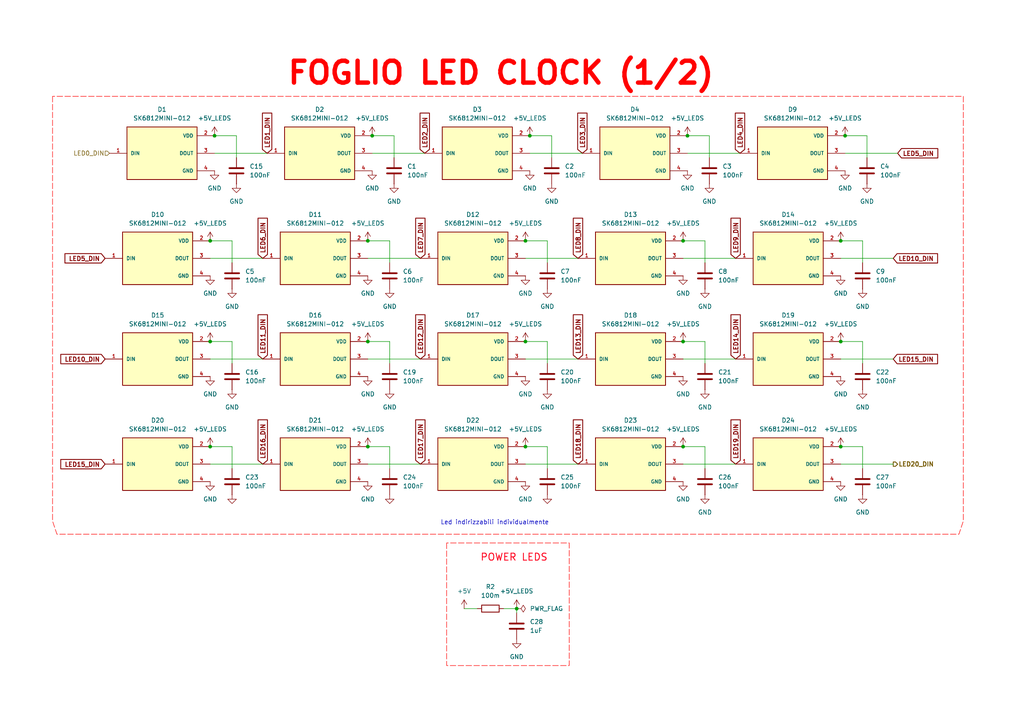
<source format=kicad_sch>
(kicad_sch (version 20250114) (generator "eeschema") (generator_version "9.0")
  (paper "A4")
  (title_block (title "CLOCK PAGE") (date "2025-11-02") (rev "1.0") (company "Gabriele Odino"))
  (lib_symbols
    (symbol "Device:C" (pin_numbers (hide yes)) (pin_names (offset 0.254))
      (property "Reference" "C" (at 0.635 2.54 0))
      (property "Value" "C" (at 0.635 -2.54 0))
      (symbol "C_1_1"
        (pin passive line (at 0 3.81 270) (length 2.794) (name "~") (number "1"))
        (pin passive line (at 0 -3.81 90) (length 2.794) (name "~") (number "2"))
      )
    )
    (symbol "Device:R" (pin_numbers (hide yes)) (pin_names (offset 0))
      (property "Reference" "R" (at 2.032 0 90))
      (property "Value" "R" (at 0 0 90))
      (symbol "R_1_1"
        (pin passive line (at 0 3.81 270) (length 1.27) (name "~") (number "1"))
        (pin passive line (at 0 -3.81 90) (length 1.27) (name "~") (number "2"))
      )
    )
    (symbol "SK6812MINI-012:SK6812MINI-012" (pin_names (offset 1.016))
      (property "Reference" "D" (at -10.16 8.89 0))
      (property "Value" "SK6812MINI-012" (at -10.16 -10.16 0))
      (symbol "SK6812MINI-012_0_0"
        (pin input line (at -15.24 0 0) (length 5.08) (name "DIN") (number "1"))
        (pin power_in line (at 15.24 5.08 180) (length 5.08) (name "VDD") (number "2"))
        (pin output line (at 15.24 0 180) (length 5.08) (name "DOUT") (number "3"))
        (pin power_in line (at 15.24 -5.08 180) (length 5.08) (name "GND") (number "4"))
      )
    )
    (symbol "power:+5V" (power) (pin_numbers (hide yes)) (pin_names (offset 0) (hide yes))
      (property "Value" "+5V" (at 0 3.556 0))
      (symbol "+5V_1_1"
        (pin power_in line (at 0 0 90) (length 0) (name "~") (number "1"))
      )
    )
    (symbol "power:GND" (power) (pin_numbers (hide yes)) (pin_names (offset 0) (hide yes))
      (property "Value" "GND" (at 0 -3.81 0))
      (symbol "GND_1_1"
        (pin power_in line (at 0 0 270) (length 0) (name "~") (number "1"))
      )
    )
    (symbol "power:PWR_FLAG" (power) (pin_numbers (hide yes)) (pin_names (offset 0) (hide yes))
      (property "Value" "PWR_FLAG" (at 0 3.81 0))
      (symbol "PWR_FLAG_0_0"
        (pin power_out line (at 0 0 90) (length 0) (name "~") (number "1"))
      )
    )
  )
  (text "Led indirizzabili individualmente" (at 143.51 151.638 0) (effects (font (size 1.27 1.27))))
  (text "POWER LEDS" (at 149.098 161.798 0) (effects (font (size 2.032 2.032) (thickness 0.254) (bold yes))))
  (text "FOGLIO LED CLOCK (1/2)\n" (at 145.288 21.336 0) (effects (font (size 6.35 6.35) (thickness 1.27) (bold yes))))
  (junction (at 199.39 39.37))
  (junction (at 153.67 39.37))
  (junction (at 60.96 129.54))
  (junction (at 198.12 129.54))
  (junction (at 106.68 129.54))
  (junction (at 152.4 129.54))
  (junction (at 152.4 69.85))
  (junction (at 149.86 176.53))
  (junction (at 198.12 99.06))
  (junction (at 243.84 129.54))
  (junction (at 152.4 99.06))
  (junction (at 107.95 39.37))
  (junction (at 243.84 99.06))
  (junction (at 60.96 99.06))
  (junction (at 245.11 39.37))
  (junction (at 60.96 69.85))
  (junction (at 106.68 99.06))
  (junction (at 106.68 69.85))
  (junction (at 243.84 69.85))
  (junction (at 198.12 69.85))
  (junction (at 62.23 39.37))
  (wire (pts (xy 113.03 129.54) (xy 106.68 129.54)))
  (wire (pts (xy 106.68 74.93) (xy 121.92 74.93)))
  (wire (pts (xy 250.19 99.06) (xy 243.84 99.06)))
  (wire (pts (xy 113.03 99.06) (xy 106.68 99.06)))
  (wire (pts (xy 245.11 44.45) (xy 260.35 44.45)))
  (wire (pts (xy 62.23 44.45) (xy 77.47 44.45)))
  (wire (pts (xy 204.47 105.41) (xy 204.47 99.06)))
  (wire (pts (xy 250.19 69.85) (xy 243.84 69.85)))
  (wire (pts (xy 149.86 176.53) (xy 149.86 177.8)))
  (wire (pts (xy 205.74 45.72) (xy 205.74 39.37)))
  (wire (pts (xy 243.84 134.62) (xy 259.08 134.62)))
  (wire (pts (xy 146.05 176.53) (xy 149.86 176.53)))
  (wire (pts (xy 204.47 99.06) (xy 198.12 99.06)))
  (wire (pts (xy 250.19 135.89) (xy 250.19 129.54)))
  (wire (pts (xy 60.96 104.14) (xy 76.2 104.14)))
  (wire (pts (xy 107.95 44.45) (xy 123.19 44.45)))
  (wire (pts (xy 106.68 104.14) (xy 121.92 104.14)))
  (wire (pts (xy 67.31 129.54) (xy 60.96 129.54)))
  (wire (pts (xy 114.3 45.72) (xy 114.3 39.37)))
  (wire (pts (xy 68.58 39.37) (xy 62.23 39.37)))
  (wire (pts (xy 152.4 134.62) (xy 167.64 134.62)))
  (wire (pts (xy 158.75 76.2) (xy 158.75 69.85)))
  (wire (pts (xy 198.12 104.14) (xy 213.36 104.14)))
  (wire (pts (xy 204.47 69.85) (xy 198.12 69.85)))
  (wire (pts (xy 113.03 135.89) (xy 113.03 129.54)))
  (wire (pts (xy 158.75 69.85) (xy 152.4 69.85)))
  (wire (pts (xy 152.4 74.93) (xy 167.64 74.93)))
  (wire (pts (xy 243.84 74.93) (xy 259.08 74.93)))
  (wire (pts (xy 204.47 135.89) (xy 204.47 129.54)))
  (wire (pts (xy 204.47 129.54) (xy 198.12 129.54)))
  (wire (pts (xy 160.02 45.72) (xy 160.02 39.37)))
  (wire (pts (xy 198.12 74.93) (xy 213.36 74.93)))
  (wire (pts (xy 134.62 176.53) (xy 138.43 176.53)))
  (wire (pts (xy 67.31 99.06) (xy 60.96 99.06)))
  (wire (pts (xy 67.31 135.89) (xy 67.31 129.54)))
  (wire (pts (xy 204.47 76.2) (xy 204.47 69.85)))
  (wire (pts (xy 198.12 134.62) (xy 213.36 134.62)))
  (wire (pts (xy 113.03 105.41) (xy 113.03 99.06)))
  (wire (pts (xy 250.19 76.2) (xy 250.19 69.85)))
  (wire (pts (xy 205.74 39.37) (xy 199.39 39.37)))
  (wire (pts (xy 113.03 76.2) (xy 113.03 69.85)))
  (wire (pts (xy 251.46 45.72) (xy 251.46 39.37)))
  (wire (pts (xy 60.96 74.93) (xy 76.2 74.93)))
  (wire (pts (xy 113.03 69.85) (xy 106.68 69.85)))
  (wire (pts (xy 199.39 44.45) (xy 214.63 44.45)))
  (wire (pts (xy 158.75 99.06) (xy 152.4 99.06)))
  (wire (pts (xy 250.19 105.41) (xy 250.19 99.06)))
  (wire (pts (xy 67.31 105.41) (xy 67.31 99.06)))
  (wire (pts (xy 158.75 135.89) (xy 158.75 129.54)))
  (wire (pts (xy 67.31 69.85) (xy 60.96 69.85)))
  (wire (pts (xy 160.02 39.37) (xy 153.67 39.37)))
  (wire (pts (xy 251.46 39.37) (xy 245.11 39.37)))
  (wire (pts (xy 60.96 134.62) (xy 76.2 134.62)))
  (wire (pts (xy 243.84 104.14) (xy 259.08 104.14)))
  (wire (pts (xy 106.68 134.62) (xy 121.92 134.62)))
  (wire (pts (xy 153.67 44.45) (xy 168.91 44.45)))
  (wire (pts (xy 114.3 39.37) (xy 107.95 39.37)))
  (wire (pts (xy 158.75 129.54) (xy 152.4 129.54)))
  (wire (pts (xy 250.19 129.54) (xy 243.84 129.54)))
  (wire (pts (xy 158.75 105.41) (xy 158.75 99.06)))
  (wire (pts (xy 152.4 104.14) (xy 167.64 104.14)))
  (wire (pts (xy 67.31 76.2) (xy 67.31 69.85)))
  (wire (pts (xy 68.58 45.72) (xy 68.58 39.37)))
  (global_label "LED15_DIN" (shape input) (at 30.48 134.62 180) (effects (font (thickness 0.254) (bold yes))) (property "Intersheetrefs" "${INTERSHEET_REFS}" (effects (hide yes))))
  (global_label "LED17_DIN" (shape input) (at 121.92 134.62 90) (effects (font (thickness 0.254) (bold yes))) (property "Intersheetrefs" "${INTERSHEET_REFS}" (effects (hide yes))))
  (global_label "LED1_DIN" (shape input) (at 77.47 44.45 90) (effects (font (thickness 0.254) (bold yes))) (property "Intersheetrefs" "${INTERSHEET_REFS}" (effects (hide yes))))
  (global_label "LED19_DIN" (shape input) (at 213.36 134.62 90) (effects (font (thickness 0.254) (bold yes))) (property "Intersheetrefs" "${INTERSHEET_REFS}" (effects (hide yes))))
  (global_label "LED15_DIN" (shape input) (at 259.08 104.14 0) (effects (font (thickness 0.254) (bold yes))) (property "Intersheetrefs" "${INTERSHEET_REFS}" (effects (hide yes))))
  (global_label "LED7_DIN" (shape input) (at 121.92 74.93 90) (effects (font (thickness 0.254) (bold yes))) (property "Intersheetrefs" "${INTERSHEET_REFS}" (effects (hide yes))))
  (global_label "LED10_DIN" (shape input) (at 259.08 74.93 0) (effects (font (thickness 0.254) (bold yes))) (property "Intersheetrefs" "${INTERSHEET_REFS}" (effects (hide yes))))
  (global_label "LED12_DIN" (shape input) (at 121.92 104.14 90) (effects (font (thickness 0.254) (bold yes))) (property "Intersheetrefs" "${INTERSHEET_REFS}" (effects (hide yes))))
  (global_label "LED9_DIN" (shape input) (at 213.36 74.93 90) (effects (font (thickness 0.254) (bold yes))) (property "Intersheetrefs" "${INTERSHEET_REFS}" (effects (hide yes))))
  (global_label "LED2_DIN" (shape input) (at 123.19 44.45 90) (effects (font (thickness 0.254) (bold yes))) (property "Intersheetrefs" "${INTERSHEET_REFS}" (effects (hide yes))))
  (global_label "LED5_DIN" (shape input) (at 30.48 74.93 180) (effects (font (thickness 0.254) (bold yes))) (property "Intersheetrefs" "${INTERSHEET_REFS}" (effects (hide yes))))
  (global_label "LED14_DIN" (shape input) (at 213.36 104.14 90) (effects (font (thickness 0.254) (bold yes))) (property "Intersheetrefs" "${INTERSHEET_REFS}" (effects (hide yes))))
  (global_label "LED3_DIN" (shape input) (at 168.91 44.45 90) (effects (font (thickness 0.254) (bold yes))) (property "Intersheetrefs" "${INTERSHEET_REFS}" (effects (hide yes))))
  (global_label "LED4_DIN" (shape input) (at 214.63 44.45 90) (effects (font (thickness 0.254) (bold yes))) (property "Intersheetrefs" "${INTERSHEET_REFS}" (effects (hide yes))))
  (global_label "LED8_DIN" (shape input) (at 167.64 74.93 90) (effects (font (thickness 0.254) (bold yes))) (property "Intersheetrefs" "${INTERSHEET_REFS}" (effects (hide yes))))
  (global_label "LED18_DIN" (shape input) (at 167.64 134.62 90) (effects (font (thickness 0.254) (bold yes))) (property "Intersheetrefs" "${INTERSHEET_REFS}" (effects (hide yes))))
  (global_label "LED5_DIN" (shape input) (at 260.35 44.45 0) (effects (font (thickness 0.254) (bold yes))) (property "Intersheetrefs" "${INTERSHEET_REFS}" (effects (hide yes))))
  (global_label "LED11_DIN" (shape input) (at 76.2 104.14 90) (effects (font (thickness 0.254) (bold yes))) (property "Intersheetrefs" "${INTERSHEET_REFS}" (effects (hide yes))))
  (global_label "LED10_DIN" (shape input) (at 30.48 104.14 180) (effects (font (thickness 0.254) (bold yes))) (property "Intersheetrefs" "${INTERSHEET_REFS}" (effects (hide yes))))
  (global_label "LED6_DIN" (shape input) (at 76.2 74.93 90) (effects (font (thickness 0.254) (bold yes))) (property "Intersheetrefs" "${INTERSHEET_REFS}" (effects (hide yes))))
  (global_label "LED16_DIN" (shape input) (at 76.2 134.62 90) (effects (font (thickness 0.254) (bold yes))) (property "Intersheetrefs" "${INTERSHEET_REFS}" (effects (hide yes))))
  (global_label "LED13_DIN" (shape input) (at 167.64 104.14 90) (effects (font (thickness 0.254) (bold yes))) (property "Intersheetrefs" "${INTERSHEET_REFS}" (effects (hide yes))))
  (hierarchical_label "LED0_DIN" (shape input) (at 31.75 44.45 180))
  (hierarchical_label "LED20_DIN" (shape output) (at 259.08 134.62 0) (effects (font (thickness 0.254) (bold yes))))
  (rule_area (polyline (pts (xy 129.54 157.48) (xy 129.54 193.04) (xy 165.1 193.04) (xy 165.1 157.48)) (stroke (width 0) (type dash))))
  (rule_area (polyline (pts (xy 15.24 27.94) (xy 15.24 151.13) (xy 16.51 154.94) (xy 278.13 154.94) (xy 279.4 151.13) (xy 279.4 27.94)) (stroke (width 0) (type dash))))
  (symbol (lib_id "power:GND") (at 149.86 185.42 0) (unit 1)
    (property "Reference" "#PWR084" (effects (hide yes)))
    (property "Value" "GND" (at 149.86 190.5 0))
    (property "Description" "Power symbol creates a global label with name \"GND\" , ground" (effects (hide yes)))
  )
  (symbol (lib_id "Device:C") (at 158.75 80.01 0) (unit 1)
    (property "Reference" "C7" (at 162.56 78.7399 0) (effects (justify left)))
    (property "Value" "100nF" (at 162.56 81.2799 0) (effects (justify left)))
    (property "Footprint" "Capacitor_Tantalum_SMD:CP_EIA-1608-08_AVX-J" (effects (hide yes)))
    (property "Description" "Unpolarized capacitor" (effects (hide yes)))
  )
  (symbol (lib_id "Device:C") (at 205.74 49.53 0) (unit 1)
    (property "Reference" "C3" (at 209.55 48.2599 0) (effects (justify left)))
    (property "Value" "100nF" (at 209.55 50.7999 0) (effects (justify left)))
    (property "Footprint" "Capacitor_Tantalum_SMD:CP_EIA-1608-08_AVX-J" (effects (hide yes)))
    (property "Description" "Unpolarized capacitor" (effects (hide yes)))
  )
  (symbol (lib_id "Device:C") (at 250.19 109.22 0) (unit 1)
    (property "Reference" "C22" (at 254 107.9499 0) (effects (justify left)))
    (property "Value" "100nF" (at 254 110.4899 0) (effects (justify left)))
    (property "Footprint" "Capacitor_Tantalum_SMD:CP_EIA-1608-08_AVX-J" (effects (hide yes)))
    (property "Description" "Unpolarized capacitor" (effects (hide yes)))
  )
  (symbol (lib_id "Device:C") (at 67.31 109.22 0) (unit 1)
    (property "Reference" "C16" (at 71.12 107.9499 0) (effects (justify left)))
    (property "Value" "100nF" (at 71.12 110.4899 0) (effects (justify left)))
    (property "Footprint" "Capacitor_Tantalum_SMD:CP_EIA-1608-08_AVX-J" (effects (hide yes)))
    (property "Description" "Unpolarized capacitor" (effects (hide yes)))
  )
  (symbol (lib_id "power:+5V") (at 245.11 39.37 0) (unit 1)
    (property "Reference" "#PWR081" (effects (hide yes)))
    (property "Value" "+5V_LEDS" (at 245.11 34.29 0))
    (property "Description" "Power symbol creates a global label with name \"+5V\"" (effects (hide yes)))
  )
  (symbol (lib_id "Device:C") (at 68.58 49.53 0) (unit 1)
    (property "Reference" "C15" (at 72.39 48.2599 0) (effects (justify left)))
    (property "Value" "100nF" (at 72.39 50.7999 0) (effects (justify left)))
    (property "Footprint" "Capacitor_Tantalum_SMD:CP_EIA-1608-08_AVX-J" (effects (hide yes)))
    (property "Description" "Unpolarized capacitor" (effects (hide yes)))
  )
  (symbol (lib_id "power:GND") (at 198.12 139.7 0) (unit 1)
    (property "Reference" "#PWR055" (effects (hide yes)))
    (property "Value" "GND" (at 198.12 144.78 0))
    (property "Description" "Power symbol creates a global label with name \"GND\" , ground" (effects (hide yes)))
  )
  (symbol (lib_id "power:+5V") (at 152.4 129.54 0) (unit 1)
    (property "Reference" "#PWR0127" (effects (hide yes)))
    (property "Value" "+5V_LEDS" (at 152.4 124.46 0))
    (property "Description" "Power symbol creates a global label with name \"+5V\"" (effects (hide yes)))
  )
  (symbol (lib_id "power:GND") (at 62.23 49.53 0) (unit 1)
    (property "Reference" "#PWR01" (effects (hide yes)))
    (property "Value" "GND" (at 62.23 54.61 0))
    (property "Description" "Power symbol creates a global label with name \"GND\" , ground" (effects (hide yes)))
  )
  (symbol (lib_id "power:GND") (at 243.84 139.7 0) (unit 1)
    (property "Reference" "#PWR057" (effects (hide yes)))
    (property "Value" "GND" (at 243.84 144.78 0))
    (property "Description" "Power symbol creates a global label with name \"GND\" , ground" (effects (hide yes)))
  )
  (symbol (lib_id "power:GND") (at 113.03 143.51 0) (unit 1)
    (property "Reference" "#PWR052" (effects (hide yes)))
    (property "Value" "GND" (effects (hide yes)))
    (property "Description" "Power symbol creates a global label with name \"GND\" , ground" (effects (hide yes)))
  )
  (symbol (lib_id "power:GND") (at 243.84 80.01 0) (unit 1)
    (property "Reference" "#PWR037" (effects (hide yes)))
    (property "Value" "GND" (at 243.84 85.09 0))
    (property "Description" "Power symbol creates a global label with name \"GND\" , ground" (effects (hide yes)))
  )
  (symbol (lib_id "Device:C") (at 251.46 49.53 0) (unit 1)
    (property "Reference" "C4" (at 255.27 48.2599 0) (effects (justify left)))
    (property "Value" "100nF" (at 255.27 50.7999 0) (effects (justify left)))
    (property "Footprint" "Capacitor_Tantalum_SMD:CP_EIA-1608-08_AVX-J" (effects (hide yes)))
    (property "Description" "Unpolarized capacitor" (effects (hide yes)))
  )
  (symbol (lib_id "power:GND") (at 158.75 143.51 0) (unit 1)
    (property "Reference" "#PWR054" (effects (hide yes)))
    (property "Value" "GND" (effects (hide yes)))
    (property "Description" "Power symbol creates a global label with name \"GND\" , ground" (effects (hide yes)))
  )
  (symbol (lib_id "power:GND") (at 198.12 109.22 0) (unit 1)
    (property "Reference" "#PWR045" (effects (hide yes)))
    (property "Value" "GND" (at 198.12 114.3 0))
    (property "Description" "Power symbol creates a global label with name \"GND\" , ground" (effects (hide yes)))
  )
  (symbol (lib_id "SK6812MINI-012:SK6812MINI-012") (at 228.6 134.62 0) (unit 1)
    (property "Reference" "D24" (at 228.6 121.92 0))
    (property "Value" "SK6812MINI-012" (at 228.6 124.46 0))
    (property "Footprint" "sk6812 mini led:LED_SK6812MINI-012" (effects (hide yes)))
    (property "MF" "DONGGUANG OPSCO OPTOELECTRONICS CO., LTD" (effects (hide yes)))
    (property "MAXIMUM_PACKAGE_HEIGHT" "1.1mm" (effects (hide yes)))
    (property "Package" "Package" (effects (hide yes)))
    (property "Price" "None" (effects (hide yes)))
    (property "Check_prices" "https://www.snapeda.com/parts/SK6812MINI-012/DONGGUANG+OPSCO+OPTOELECTRONICS+CO.%252C+LTD/view-part/?ref=eda" (effects (hide yes)))
    (property "STANDARD" "Manufacturer recommendations" (effects (hide yes)))
    (property "PARTREV" "A/0" (effects (hide yes)))
    (property "SnapEDA_Link" "https://www.snapeda.com/parts/SK6812MINI-012/DONGGUANG+OPSCO+OPTOELECTRONICS+CO.%252C+LTD/view-part/?ref=snap" (effects (hide yes)))
    (property "MP" "SK6812MINI-012" (effects (hide yes)))
    (property "Description_1" "INTEGRATED LIGHT SOURCE INTELLIGENT CONTROL OF CHIP-ON-TOP SMD TYPE LED" (effects (hide yes)))
    (property "Availability" "Not in stock" (effects (hide yes)))
    (property "MANUFACTURER" "DONGGUANG OPSCO OPTOELECTRONICS CO., LTD" (effects (hide yes)))
  )
  (symbol (lib_id "power:GND") (at 107.95 49.53 0) (unit 1)
    (property "Reference" "#PWR02" (effects (hide yes)))
    (property "Value" "GND" (at 107.95 54.61 0))
    (property "Description" "Power symbol creates a global label with name \"GND\" , ground" (effects (hide yes)))
  )
  (symbol (lib_id "power:GND") (at 67.31 143.51 0) (unit 1)
    (property "Reference" "#PWR050" (effects (hide yes)))
    (property "Value" "GND" (effects (hide yes)))
    (property "Description" "Power symbol creates a global label with name \"GND\" , ground" (effects (hide yes)))
  )
  (symbol (lib_id "SK6812MINI-012:SK6812MINI-012") (at 91.44 104.14 0) (unit 1)
    (property "Reference" "D16" (at 91.44 91.44 0))
    (property "Value" "SK6812MINI-012" (at 91.44 93.98 0))
    (property "Footprint" "sk6812 mini led:LED_SK6812MINI-012" (effects (hide yes)))
    (property "MF" "DONGGUANG OPSCO OPTOELECTRONICS CO., LTD" (effects (hide yes)))
    (property "MAXIMUM_PACKAGE_HEIGHT" "1.1mm" (effects (hide yes)))
    (property "Package" "Package" (effects (hide yes)))
    (property "Price" "None" (effects (hide yes)))
    (property "Check_prices" "https://www.snapeda.com/parts/SK6812MINI-012/DONGGUANG+OPSCO+OPTOELECTRONICS+CO.%252C+LTD/view-part/?ref=eda" (effects (hide yes)))
    (property "STANDARD" "Manufacturer recommendations" (effects (hide yes)))
    (property "PARTREV" "A/0" (effects (hide yes)))
    (property "SnapEDA_Link" "https://www.snapeda.com/parts/SK6812MINI-012/DONGGUANG+OPSCO+OPTOELECTRONICS+CO.%252C+LTD/view-part/?ref=snap" (effects (hide yes)))
    (property "MP" "SK6812MINI-012" (effects (hide yes)))
    (property "Description_1" "INTEGRATED LIGHT SOURCE INTELLIGENT CONTROL OF CHIP-ON-TOP SMD TYPE LED" (effects (hide yes)))
    (property "Availability" "Not in stock" (effects (hide yes)))
    (property "MANUFACTURER" "DONGGUANG OPSCO OPTOELECTRONICS CO., LTD" (effects (hide yes)))
  )
  (symbol (lib_id "SK6812MINI-012:SK6812MINI-012") (at 91.44 74.93 0) (unit 1)
    (property "Reference" "D11" (at 91.44 62.23 0))
    (property "Value" "SK6812MINI-012" (at 91.44 64.77 0))
    (property "Footprint" "sk6812 mini led:LED_SK6812MINI-012" (effects (hide yes)))
    (property "MF" "DONGGUANG OPSCO OPTOELECTRONICS CO., LTD" (effects (hide yes)))
    (property "MAXIMUM_PACKAGE_HEIGHT" "1.1mm" (effects (hide yes)))
    (property "Package" "Package" (effects (hide yes)))
    (property "Price" "None" (effects (hide yes)))
    (property "Check_prices" "https://www.snapeda.com/parts/SK6812MINI-012/DONGGUANG+OPSCO+OPTOELECTRONICS+CO.%252C+LTD/view-part/?ref=eda" (effects (hide yes)))
    (property "STANDARD" "Manufacturer recommendations" (effects (hide yes)))
    (property "PARTREV" "A/0" (effects (hide yes)))
    (property "SnapEDA_Link" "https://www.snapeda.com/parts/SK6812MINI-012/DONGGUANG+OPSCO+OPTOELECTRONICS+CO.%252C+LTD/view-part/?ref=snap" (effects (hide yes)))
    (property "MP" "SK6812MINI-012" (effects (hide yes)))
    (property "Description_1" "INTEGRATED LIGHT SOURCE INTELLIGENT CONTROL OF CHIP-ON-TOP SMD TYPE LED" (effects (hide yes)))
    (property "Availability" "Not in stock" (effects (hide yes)))
    (property "MANUFACTURER" "DONGGUANG OPSCO OPTOELECTRONICS CO., LTD" (effects (hide yes)))
  )
  (symbol (lib_id "power:+5V") (at 106.68 99.06 0) (unit 1)
    (property "Reference" "#PWR092" (effects (hide yes)))
    (property "Value" "+5V_LEDS" (at 106.68 93.98 0))
    (property "Description" "Power symbol creates a global label with name \"+5V\"" (effects (hide yes)))
  )
  (symbol (lib_id "Device:C") (at 160.02 49.53 0) (unit 1)
    (property "Reference" "C2" (at 163.83 48.2599 0) (effects (justify left)))
    (property "Value" "100nF" (at 163.83 50.7999 0) (effects (justify left)))
    (property "Footprint" "Capacitor_Tantalum_SMD:CP_EIA-1608-08_AVX-J" (effects (hide yes)))
    (property "Description" "Unpolarized capacitor" (effects (hide yes)))
  )
  (symbol (lib_id "SK6812MINI-012:SK6812MINI-012") (at 137.16 104.14 0) (unit 1)
    (property "Reference" "D17" (at 137.16 91.44 0))
    (property "Value" "SK6812MINI-012" (at 137.16 93.98 0))
    (property "Footprint" "sk6812 mini led:LED_SK6812MINI-012" (effects (hide yes)))
    (property "MF" "DONGGUANG OPSCO OPTOELECTRONICS CO., LTD" (effects (hide yes)))
    (property "MAXIMUM_PACKAGE_HEIGHT" "1.1mm" (effects (hide yes)))
    (property "Package" "Package" (effects (hide yes)))
    (property "Price" "None" (effects (hide yes)))
    (property "Check_prices" "https://www.snapeda.com/parts/SK6812MINI-012/DONGGUANG+OPSCO+OPTOELECTRONICS+CO.%252C+LTD/view-part/?ref=eda" (effects (hide yes)))
    (property "STANDARD" "Manufacturer recommendations" (effects (hide yes)))
    (property "PARTREV" "A/0" (effects (hide yes)))
    (property "SnapEDA_Link" "https://www.snapeda.com/parts/SK6812MINI-012/DONGGUANG+OPSCO+OPTOELECTRONICS+CO.%252C+LTD/view-part/?ref=snap" (effects (hide yes)))
    (property "MP" "SK6812MINI-012" (effects (hide yes)))
    (property "Description_1" "INTEGRATED LIGHT SOURCE INTELLIGENT CONTROL OF CHIP-ON-TOP SMD TYPE LED" (effects (hide yes)))
    (property "Availability" "Not in stock" (effects (hide yes)))
    (property "MANUFACTURER" "DONGGUANG OPSCO OPTOELECTRONICS CO., LTD" (effects (hide yes)))
  )
  (symbol (lib_id "SK6812MINI-012:SK6812MINI-012") (at 45.72 74.93 0) (unit 1)
    (property "Reference" "D10" (at 45.72 62.23 0))
    (property "Value" "SK6812MINI-012" (at 45.72 64.77 0))
    (property "Footprint" "sk6812 mini led:LED_SK6812MINI-012" (effects (hide yes)))
    (property "MF" "DONGGUANG OPSCO OPTOELECTRONICS CO., LTD" (effects (hide yes)))
    (property "MAXIMUM_PACKAGE_HEIGHT" "1.1mm" (effects (hide yes)))
    (property "Package" "Package" (effects (hide yes)))
    (property "Price" "None" (effects (hide yes)))
    (property "Check_prices" "https://www.snapeda.com/parts/SK6812MINI-012/DONGGUANG+OPSCO+OPTOELECTRONICS+CO.%252C+LTD/view-part/?ref=eda" (effects (hide yes)))
    (property "STANDARD" "Manufacturer recommendations" (effects (hide yes)))
    (property "PARTREV" "A/0" (effects (hide yes)))
    (property "SnapEDA_Link" "https://www.snapeda.com/parts/SK6812MINI-012/DONGGUANG+OPSCO+OPTOELECTRONICS+CO.%252C+LTD/view-part/?ref=snap" (effects (hide yes)))
    (property "MP" "SK6812MINI-012" (effects (hide yes)))
    (property "Description_1" "INTEGRATED LIGHT SOURCE INTELLIGENT CONTROL OF CHIP-ON-TOP SMD TYPE LED" (effects (hide yes)))
    (property "Availability" "Not in stock" (effects (hide yes)))
    (property "MANUFACTURER" "DONGGUANG OPSCO OPTOELECTRONICS CO., LTD" (effects (hide yes)))
  )
  (symbol (lib_id "Device:C") (at 114.3 49.53 0) (unit 1)
    (property "Reference" "C1" (at 118.11 48.2599 0) (effects (justify left)))
    (property "Value" "100nF" (at 118.11 50.7999 0) (effects (justify left)))
    (property "Footprint" "Capacitor_Tantalum_SMD:CP_EIA-1608-08_AVX-J" (effects (hide yes)))
    (property "Description" "Unpolarized capacitor" (effects (hide yes)))
  )
  (symbol (lib_id "power:+5V") (at 243.84 99.06 0) (unit 1)
    (property "Reference" "#PWR0124" (effects (hide yes)))
    (property "Value" "+5V_LEDS" (at 243.84 93.98 0))
    (property "Description" "Power symbol creates a global label with name \"+5V\"" (effects (hide yes)))
  )
  (symbol (lib_id "power:GND") (at 67.31 83.82 0) (unit 1)
    (property "Reference" "#PWR012" (effects (hide yes)))
    (property "Value" "GND" (at 67.31 88.9 0))
    (property "Description" "Power symbol creates a global label with name \"GND\" , ground" (effects (hide yes)))
  )
  (symbol (lib_id "power:GND") (at 205.74 53.34 0) (unit 1)
    (property "Reference" "#PWR08" (effects (hide yes)))
    (property "Value" "GND" (at 205.74 58.42 0))
    (property "Description" "Power symbol creates a global label with name \"GND\" , ground" (effects (hide yes)))
  )
  (symbol (lib_id "power:PWR_FLAG") (at 149.86 176.53 270) (unit 1)
    (property "Reference" "#FLG03" (effects (hide yes)))
    (property "Value" "PWR_FLAG" (at 153.67 176.5299 90) (effects (justify left)))
    (property "Description" "Special symbol for telling ERC where power comes from" (effects (hide yes)))
  )
  (symbol (lib_id "SK6812MINI-012:SK6812MINI-012") (at 182.88 74.93 0) (unit 1)
    (property "Reference" "D13" (at 182.88 62.23 0))
    (property "Value" "SK6812MINI-012" (at 182.88 64.77 0))
    (property "Footprint" "sk6812 mini led:LED_SK6812MINI-012" (effects (hide yes)))
    (property "MF" "DONGGUANG OPSCO OPTOELECTRONICS CO., LTD" (effects (hide yes)))
    (property "MAXIMUM_PACKAGE_HEIGHT" "1.1mm" (effects (hide yes)))
    (property "Package" "Package" (effects (hide yes)))
    (property "Price" "None" (effects (hide yes)))
    (property "Check_prices" "https://www.snapeda.com/parts/SK6812MINI-012/DONGGUANG+OPSCO+OPTOELECTRONICS+CO.%252C+LTD/view-part/?ref=eda" (effects (hide yes)))
    (property "STANDARD" "Manufacturer recommendations" (effects (hide yes)))
    (property "PARTREV" "A/0" (effects (hide yes)))
    (property "SnapEDA_Link" "https://www.snapeda.com/parts/SK6812MINI-012/DONGGUANG+OPSCO+OPTOELECTRONICS+CO.%252C+LTD/view-part/?ref=snap" (effects (hide yes)))
    (property "MP" "SK6812MINI-012" (effects (hide yes)))
    (property "Description_1" "INTEGRATED LIGHT SOURCE INTELLIGENT CONTROL OF CHIP-ON-TOP SMD TYPE LED" (effects (hide yes)))
    (property "Availability" "Not in stock" (effects (hide yes)))
    (property "MANUFACTURER" "DONGGUANG OPSCO OPTOELECTRONICS CO., LTD" (effects (hide yes)))
  )
  (symbol (lib_id "power:+5V") (at 107.95 39.37 0) (unit 1)
    (property "Reference" "#PWR077" (effects (hide yes)))
    (property "Value" "+5V_LEDS" (at 107.95 34.29 0))
    (property "Description" "Power symbol creates a global label with name \"+5V\"" (effects (hide yes)))
  )
  (symbol (lib_id "Device:C") (at 250.19 139.7 0) (unit 1)
    (property "Reference" "C27" (at 254 138.4299 0) (effects (justify left)))
    (property "Value" "100nF" (at 254 140.9699 0) (effects (justify left)))
    (property "Footprint" "Capacitor_Tantalum_SMD:CP_EIA-1608-08_AVX-J" (effects (hide yes)))
    (property "Description" "Unpolarized capacitor" (effects (hide yes)))
  )
  (symbol (lib_id "SK6812MINI-012:SK6812MINI-012") (at 184.15 44.45 0) (unit 1)
    (property "Reference" "D4" (at 184.15 31.75 0))
    (property "Value" "SK6812MINI-012" (at 184.15 34.29 0))
    (property "Footprint" "sk6812 mini led:LED_SK6812MINI-012" (effects (hide yes)))
    (property "MF" "DONGGUANG OPSCO OPTOELECTRONICS CO., LTD" (effects (hide yes)))
    (property "MAXIMUM_PACKAGE_HEIGHT" "1.1mm" (effects (hide yes)))
    (property "Package" "Package" (effects (hide yes)))
    (property "Price" "None" (effects (hide yes)))
    (property "Check_prices" "https://www.snapeda.com/parts/SK6812MINI-012/DONGGUANG+OPSCO+OPTOELECTRONICS+CO.%252C+LTD/view-part/?ref=eda" (effects (hide yes)))
    (property "STANDARD" "Manufacturer recommendations" (effects (hide yes)))
    (property "PARTREV" "A/0" (effects (hide yes)))
    (property "SnapEDA_Link" "https://www.snapeda.com/parts/SK6812MINI-012/DONGGUANG+OPSCO+OPTOELECTRONICS+CO.%252C+LTD/view-part/?ref=snap" (effects (hide yes)))
    (property "MP" "SK6812MINI-012" (effects (hide yes)))
    (property "Description_1" "INTEGRATED LIGHT SOURCE INTELLIGENT CONTROL OF CHIP-ON-TOP SMD TYPE LED" (effects (hide yes)))
    (property "Availability" "Not in stock" (effects (hide yes)))
    (property "MANUFACTURER" "DONGGUANG OPSCO OPTOELECTRONICS CO., LTD" (effects (hide yes)))
  )
  (symbol (lib_id "power:GND") (at 106.68 109.22 0) (unit 1)
    (property "Reference" "#PWR041" (effects (hide yes)))
    (property "Value" "GND" (at 106.68 114.3 0))
    (property "Description" "Power symbol creates a global label with name \"GND\" , ground" (effects (hide yes)))
  )
  (symbol (lib_id "Device:C") (at 113.03 109.22 0) (unit 1)
    (property "Reference" "C19" (at 116.84 107.9499 0) (effects (justify left)))
    (property "Value" "100nF" (at 116.84 110.4899 0) (effects (justify left)))
    (property "Footprint" "Capacitor_Tantalum_SMD:CP_EIA-1608-08_AVX-J" (effects (hide yes)))
    (property "Description" "Unpolarized capacitor" (effects (hide yes)))
  )
  (symbol (lib_id "Device:C") (at 67.31 139.7 0) (unit 1)
    (property "Reference" "C23" (at 71.12 138.4299 0) (effects (justify left)))
    (property "Value" "100nF" (at 71.12 140.9699 0) (effects (justify left)))
    (property "Footprint" "Capacitor_Tantalum_SMD:CP_EIA-1608-08_AVX-J" (effects (hide yes)))
    (property "Description" "Unpolarized capacitor" (effects (hide yes)))
  )
  (symbol (lib_id "SK6812MINI-012:SK6812MINI-012") (at 228.6 104.14 0) (unit 1)
    (property "Reference" "D19" (at 228.6 91.44 0))
    (property "Value" "SK6812MINI-012" (at 228.6 93.98 0))
    (property "Footprint" "sk6812 mini led:LED_SK6812MINI-012" (effects (hide yes)))
    (property "MF" "DONGGUANG OPSCO OPTOELECTRONICS CO., LTD" (effects (hide yes)))
    (property "MAXIMUM_PACKAGE_HEIGHT" "1.1mm" (effects (hide yes)))
    (property "Package" "Package" (effects (hide yes)))
    (property "Price" "None" (effects (hide yes)))
    (property "Check_prices" "https://www.snapeda.com/parts/SK6812MINI-012/DONGGUANG+OPSCO+OPTOELECTRONICS+CO.%252C+LTD/view-part/?ref=eda" (effects (hide yes)))
    (property "STANDARD" "Manufacturer recommendations" (effects (hide yes)))
    (property "PARTREV" "A/0" (effects (hide yes)))
    (property "SnapEDA_Link" "https://www.snapeda.com/parts/SK6812MINI-012/DONGGUANG+OPSCO+OPTOELECTRONICS+CO.%252C+LTD/view-part/?ref=snap" (effects (hide yes)))
    (property "MP" "SK6812MINI-012" (effects (hide yes)))
    (property "Description_1" "INTEGRATED LIGHT SOURCE INTELLIGENT CONTROL OF CHIP-ON-TOP SMD TYPE LED" (effects (hide yes)))
    (property "Availability" "Not in stock" (effects (hide yes)))
    (property "MANUFACTURER" "DONGGUANG OPSCO OPTOELECTRONICS CO., LTD" (effects (hide yes)))
  )
  (symbol (lib_id "Device:C") (at 149.86 181.61 0) (unit 1)
    (property "Reference" "C28" (at 153.67 180.3399 0) (effects (justify left)))
    (property "Value" "1uF" (at 153.67 182.8799 0) (effects (justify left)))
    (property "Footprint" "Capacitor_Tantalum_SMD:CP_EIA-1608-08_AVX-J" (effects (hide yes)))
    (property "Description" "Unpolarized capacitor" (effects (hide yes)))
  )
  (symbol (lib_id "power:GND") (at 60.96 80.01 0) (unit 1)
    (property "Reference" "#PWR011" (effects (hide yes)))
    (property "Value" "GND" (at 60.96 85.09 0))
    (property "Description" "Power symbol creates a global label with name \"GND\" , ground" (effects (hide yes)))
  )
  (symbol (lib_id "power:GND") (at 114.3 53.34 0) (unit 1)
    (property "Reference" "#PWR04" (effects (hide yes)))
    (property "Value" "GND" (at 114.3 58.42 0))
    (property "Description" "Power symbol creates a global label with name \"GND\" , ground" (effects (hide yes)))
  )
  (symbol (lib_id "power:+5V") (at 134.62 176.53 0) (unit 1)
    (property "Reference" "#PWR0131" (effects (hide yes)))
    (property "Value" "+5V" (at 134.62 171.45 0))
    (property "Description" "Power symbol creates a global label with name \"+5V\"" (effects (hide yes)))
  )
  (symbol (lib_id "power:GND") (at 60.96 109.22 0) (unit 1)
    (property "Reference" "#PWR039" (effects (hide yes)))
    (property "Value" "GND" (at 60.96 114.3 0))
    (property "Description" "Power symbol creates a global label with name \"GND\" , ground" (effects (hide yes)))
  )
  (symbol (lib_id "Device:C") (at 204.47 80.01 0) (unit 1)
    (property "Reference" "C8" (at 208.28 78.7399 0) (effects (justify left)))
    (property "Value" "100nF" (at 208.28 81.2799 0) (effects (justify left)))
    (property "Footprint" "Capacitor_Tantalum_SMD:CP_EIA-1608-08_AVX-J" (effects (hide yes)))
    (property "Description" "Unpolarized capacitor" (effects (hide yes)))
  )
  (symbol (lib_id "power:GND") (at 250.19 143.51 0) (unit 1)
    (property "Reference" "#PWR058" (effects (hide yes)))
    (property "Value" "GND" (at 250.19 148.59 0))
    (property "Description" "Power symbol creates a global label with name \"GND\" , ground" (effects (hide yes)))
  )
  (symbol (lib_id "power:+5V") (at 199.39 39.37 0) (unit 1)
    (property "Reference" "#PWR079" (effects (hide yes)))
    (property "Value" "+5V_LEDS" (at 199.39 34.29 0))
    (property "Description" "Power symbol creates a global label with name \"+5V\"" (effects (hide yes)))
  )
  (symbol (lib_id "power:GND") (at 152.4 139.7 0) (unit 1)
    (property "Reference" "#PWR053" (effects (hide yes)))
    (property "Value" "GND" (at 152.4 144.78 0))
    (property "Description" "Power symbol creates a global label with name \"GND\" , ground" (effects (hide yes)))
  )
  (symbol (lib_id "power:GND") (at 68.58 53.34 0) (unit 1)
    (property "Reference" "#PWR03" (effects (hide yes)))
    (property "Value" "GND" (at 68.58 58.42 0))
    (property "Description" "Power symbol creates a global label with name \"GND\" , ground" (effects (hide yes)))
  )
  (symbol (lib_id "power:GND") (at 251.46 53.34 0) (unit 1)
    (property "Reference" "#PWR010" (effects (hide yes)))
    (property "Value" "GND" (at 251.46 58.42 0))
    (property "Description" "Power symbol creates a global label with name \"GND\" , ground" (effects (hide yes)))
  )
  (symbol (lib_id "power:GND") (at 153.67 49.53 0) (unit 1)
    (property "Reference" "#PWR05" (effects (hide yes)))
    (property "Value" "GND" (at 153.67 54.61 0))
    (property "Description" "Power symbol creates a global label with name \"GND\" , ground" (effects (hide yes)))
  )
  (symbol (lib_id "Device:R") (at 142.24 176.53 90) (unit 1)
    (property "Reference" "R2" (at 142.24 170.18 90))
    (property "Value" "100m" (at 142.24 172.72 90))
    (property "Footprint" "Resistor_SMD:R_0201_0603Metric" (effects (hide yes)))
    (property "Description" "Resistor" (effects (hide yes)))
  )
  (symbol (lib_id "power:GND") (at 60.96 139.7 0) (unit 1)
    (property "Reference" "#PWR049" (effects (hide yes)))
    (property "Value" "GND" (at 60.96 144.78 0))
    (property "Description" "Power symbol creates a global label with name \"GND\" , ground" (effects (hide yes)))
  )
  (symbol (lib_id "SK6812MINI-012:SK6812MINI-012") (at 228.6 74.93 0) (unit 1)
    (property "Reference" "D14" (at 228.6 62.23 0))
    (property "Value" "SK6812MINI-012" (at 228.6 64.77 0))
    (property "Footprint" "sk6812 mini led:LED_SK6812MINI-012" (effects (hide yes)))
    (property "MF" "DONGGUANG OPSCO OPTOELECTRONICS CO., LTD" (effects (hide yes)))
    (property "MAXIMUM_PACKAGE_HEIGHT" "1.1mm" (effects (hide yes)))
    (property "Package" "Package" (effects (hide yes)))
    (property "Price" "None" (effects (hide yes)))
    (property "Check_prices" "https://www.snapeda.com/parts/SK6812MINI-012/DONGGUANG+OPSCO+OPTOELECTRONICS+CO.%252C+LTD/view-part/?ref=eda" (effects (hide yes)))
    (property "STANDARD" "Manufacturer recommendations" (effects (hide yes)))
    (property "PARTREV" "A/0" (effects (hide yes)))
    (property "SnapEDA_Link" "https://www.snapeda.com/parts/SK6812MINI-012/DONGGUANG+OPSCO+OPTOELECTRONICS+CO.%252C+LTD/view-part/?ref=snap" (effects (hide yes)))
    (property "MP" "SK6812MINI-012" (effects (hide yes)))
    (property "Description_1" "INTEGRATED LIGHT SOURCE INTELLIGENT CONTROL OF CHIP-ON-TOP SMD TYPE LED" (effects (hide yes)))
    (property "Availability" "Not in stock" (effects (hide yes)))
    (property "MANUFACTURER" "DONGGUANG OPSCO OPTOELECTRONICS CO., LTD" (effects (hide yes)))
  )
  (symbol (lib_id "power:GND") (at 198.12 80.01 0) (unit 1)
    (property "Reference" "#PWR017" (effects (hide yes)))
    (property "Value" "GND" (at 198.12 85.09 0))
    (property "Description" "Power symbol creates a global label with name \"GND\" , ground" (effects (hide yes)))
  )
  (symbol (lib_id "Device:C") (at 113.03 80.01 0) (unit 1)
    (property "Reference" "C6" (at 116.84 78.7399 0) (effects (justify left)))
    (property "Value" "100nF" (at 116.84 81.2799 0) (effects (justify left)))
    (property "Footprint" "Capacitor_Tantalum_SMD:CP_EIA-1608-08_AVX-J" (effects (hide yes)))
    (property "Description" "Unpolarized capacitor" (effects (hide yes)))
  )
  (symbol (lib_id "power:GND") (at 106.68 139.7 0) (unit 1)
    (property "Reference" "#PWR051" (effects (hide yes)))
    (property "Value" "GND" (at 106.68 144.78 0))
    (property "Description" "Power symbol creates a global label with name \"GND\" , ground" (effects (hide yes)))
  )
  (symbol (lib_id "SK6812MINI-012:SK6812MINI-012") (at 182.88 134.62 0) (unit 1)
    (property "Reference" "D23" (at 182.88 121.92 0))
    (property "Value" "SK6812MINI-012" (at 182.88 124.46 0))
    (property "Footprint" "sk6812 mini led:LED_SK6812MINI-012" (effects (hide yes)))
    (property "MF" "DONGGUANG OPSCO OPTOELECTRONICS CO., LTD" (effects (hide yes)))
    (property "MAXIMUM_PACKAGE_HEIGHT" "1.1mm" (effects (hide yes)))
    (property "Package" "Package" (effects (hide yes)))
    (property "Price" "None" (effects (hide yes)))
    (property "Check_prices" "https://www.snapeda.com/parts/SK6812MINI-012/DONGGUANG+OPSCO+OPTOELECTRONICS+CO.%252C+LTD/view-part/?ref=eda" (effects (hide yes)))
    (property "STANDARD" "Manufacturer recommendations" (effects (hide yes)))
    (property "PARTREV" "A/0" (effects (hide yes)))
    (property "SnapEDA_Link" "https://www.snapeda.com/parts/SK6812MINI-012/DONGGUANG+OPSCO+OPTOELECTRONICS+CO.%252C+LTD/view-part/?ref=snap" (effects (hide yes)))
    (property "MP" "SK6812MINI-012" (effects (hide yes)))
    (property "Description_1" "INTEGRATED LIGHT SOURCE INTELLIGENT CONTROL OF CHIP-ON-TOP SMD TYPE LED" (effects (hide yes)))
    (property "Availability" "Not in stock" (effects (hide yes)))
    (property "MANUFACTURER" "DONGGUANG OPSCO OPTOELECTRONICS CO., LTD" (effects (hide yes)))
  )
  (symbol (lib_id "power:GND") (at 204.47 83.82 0) (unit 1)
    (property "Reference" "#PWR018" (effects (hide yes)))
    (property "Value" "GND" (at 204.47 88.9 0))
    (property "Description" "Power symbol creates a global label with name \"GND\" , ground" (effects (hide yes)))
  )
  (symbol (lib_id "Device:C") (at 204.47 139.7 0) (unit 1)
    (property "Reference" "C26" (at 208.28 138.4299 0) (effects (justify left)))
    (property "Value" "100nF" (at 208.28 140.9699 0) (effects (justify left)))
    (property "Footprint" "Capacitor_Tantalum_SMD:CP_EIA-1608-08_AVX-J" (effects (hide yes)))
    (property "Description" "Unpolarized capacitor" (effects (hide yes)))
  )
  (symbol (lib_id "power:+5V") (at 153.67 39.37 0) (unit 1)
    (property "Reference" "#PWR078" (effects (hide yes)))
    (property "Value" "+5V_LEDS" (at 153.67 34.29 0))
    (property "Description" "Power symbol creates a global label with name \"+5V\"" (effects (hide yes)))
  )
  (symbol (lib_id "power:+5V") (at 60.96 69.85 0) (unit 1)
    (property "Reference" "#PWR082" (effects (hide yes)))
    (property "Value" "+5V_LEDS" (at 60.96 64.77 0))
    (property "Description" "Power symbol creates a global label with name \"+5V\"" (effects (hide yes)))
  )
  (symbol (lib_id "power:+5V") (at 198.12 69.85 0) (unit 1)
    (property "Reference" "#PWR089" (effects (hide yes)))
    (property "Value" "+5V_LEDS" (at 198.12 64.77 0))
    (property "Description" "Power symbol creates a global label with name \"+5V\"" (effects (hide yes)))
  )
  (symbol (lib_id "SK6812MINI-012:SK6812MINI-012") (at 229.87 44.45 0) (unit 1)
    (property "Reference" "D9" (at 229.87 31.75 0))
    (property "Value" "SK6812MINI-012" (at 229.87 34.29 0))
    (property "Footprint" "sk6812 mini led:LED_SK6812MINI-012" (effects (hide yes)))
    (property "MF" "DONGGUANG OPSCO OPTOELECTRONICS CO., LTD" (effects (hide yes)))
    (property "MAXIMUM_PACKAGE_HEIGHT" "1.1mm" (effects (hide yes)))
    (property "Package" "Package" (effects (hide yes)))
    (property "Price" "None" (effects (hide yes)))
    (property "Check_prices" "https://www.snapeda.com/parts/SK6812MINI-012/DONGGUANG+OPSCO+OPTOELECTRONICS+CO.%252C+LTD/view-part/?ref=eda" (effects (hide yes)))
    (property "STANDARD" "Manufacturer recommendations" (effects (hide yes)))
    (property "PARTREV" "A/0" (effects (hide yes)))
    (property "SnapEDA_Link" "https://www.snapeda.com/parts/SK6812MINI-012/DONGGUANG+OPSCO+OPTOELECTRONICS+CO.%252C+LTD/view-part/?ref=snap" (effects (hide yes)))
    (property "MP" "SK6812MINI-012" (effects (hide yes)))
    (property "Description_1" "INTEGRATED LIGHT SOURCE INTELLIGENT CONTROL OF CHIP-ON-TOP SMD TYPE LED" (effects (hide yes)))
    (property "Availability" "Not in stock" (effects (hide yes)))
    (property "MANUFACTURER" "DONGGUANG OPSCO OPTOELECTRONICS CO., LTD" (effects (hide yes)))
  )
  (symbol (lib_id "SK6812MINI-012:SK6812MINI-012") (at 91.44 134.62 0) (unit 1)
    (property "Reference" "D21" (at 91.44 121.92 0))
    (property "Value" "SK6812MINI-012" (at 91.44 124.46 0))
    (property "Footprint" "sk6812 mini led:LED_SK6812MINI-012" (effects (hide yes)))
    (property "MF" "DONGGUANG OPSCO OPTOELECTRONICS CO., LTD" (effects (hide yes)))
    (property "MAXIMUM_PACKAGE_HEIGHT" "1.1mm" (effects (hide yes)))
    (property "Package" "Package" (effects (hide yes)))
    (property "Price" "None" (effects (hide yes)))
    (property "Check_prices" "https://www.snapeda.com/parts/SK6812MINI-012/DONGGUANG+OPSCO+OPTOELECTRONICS+CO.%252C+LTD/view-part/?ref=eda" (effects (hide yes)))
    (property "STANDARD" "Manufacturer recommendations" (effects (hide yes)))
    (property "PARTREV" "A/0" (effects (hide yes)))
    (property "SnapEDA_Link" "https://www.snapeda.com/parts/SK6812MINI-012/DONGGUANG+OPSCO+OPTOELECTRONICS+CO.%252C+LTD/view-part/?ref=snap" (effects (hide yes)))
    (property "MP" "SK6812MINI-012" (effects (hide yes)))
    (property "Description_1" "INTEGRATED LIGHT SOURCE INTELLIGENT CONTROL OF CHIP-ON-TOP SMD TYPE LED" (effects (hide yes)))
    (property "Availability" "Not in stock" (effects (hide yes)))
    (property "MANUFACTURER" "DONGGUANG OPSCO OPTOELECTRONICS CO., LTD" (effects (hide yes)))
  )
  (symbol (lib_id "power:+5V") (at 198.12 129.54 0) (unit 1)
    (property "Reference" "#PWR0126" (effects (hide yes)))
    (property "Value" "+5V_LEDS" (at 198.12 124.46 0))
    (property "Description" "Power symbol creates a global label with name \"+5V\"" (effects (hide yes)))
  )
  (symbol (lib_id "Device:C") (at 158.75 109.22 0) (unit 1)
    (property "Reference" "C20" (at 162.56 107.9499 0) (effects (justify left)))
    (property "Value" "100nF" (at 162.56 110.4899 0) (effects (justify left)))
    (property "Footprint" "Capacitor_Tantalum_SMD:CP_EIA-1608-08_AVX-J" (effects (hide yes)))
    (property "Description" "Unpolarized capacitor" (effects (hide yes)))
  )
  (symbol (lib_id "power:GND") (at 113.03 83.82 0) (unit 1)
    (property "Reference" "#PWR014" (effects (hide yes)))
    (property "Value" "GND" (at 113.03 88.9 0))
    (property "Description" "Power symbol creates a global label with name \"GND\" , ground" (effects (hide yes)))
  )
  (symbol (lib_id "power:GND") (at 245.11 49.53 0) (unit 1)
    (property "Reference" "#PWR09" (effects (hide yes)))
    (property "Value" "GND" (at 245.11 54.61 0))
    (property "Description" "Power symbol creates a global label with name \"GND\" , ground" (effects (hide yes)))
  )
  (symbol (lib_id "Device:C") (at 204.47 109.22 0) (unit 1)
    (property "Reference" "C21" (at 208.28 107.9499 0) (effects (justify left)))
    (property "Value" "100nF" (at 208.28 110.4899 0) (effects (justify left)))
    (property "Footprint" "Capacitor_Tantalum_SMD:CP_EIA-1608-08_AVX-J" (effects (hide yes)))
    (property "Description" "Unpolarized capacitor" (effects (hide yes)))
  )
  (symbol (lib_id "SK6812MINI-012:SK6812MINI-012") (at 137.16 74.93 0) (unit 1)
    (property "Reference" "D12" (at 137.16 62.23 0))
    (property "Value" "SK6812MINI-012" (at 137.16 64.77 0))
    (property "Footprint" "sk6812 mini led:LED_SK6812MINI-012" (effects (hide yes)))
    (property "MF" "DONGGUANG OPSCO OPTOELECTRONICS CO., LTD" (effects (hide yes)))
    (property "MAXIMUM_PACKAGE_HEIGHT" "1.1mm" (effects (hide yes)))
    (property "Package" "Package" (effects (hide yes)))
    (property "Price" "None" (effects (hide yes)))
    (property "Check_prices" "https://www.snapeda.com/parts/SK6812MINI-012/DONGGUANG+OPSCO+OPTOELECTRONICS+CO.%252C+LTD/view-part/?ref=eda" (effects (hide yes)))
    (property "STANDARD" "Manufacturer recommendations" (effects (hide yes)))
    (property "PARTREV" "A/0" (effects (hide yes)))
    (property "SnapEDA_Link" "https://www.snapeda.com/parts/SK6812MINI-012/DONGGUANG+OPSCO+OPTOELECTRONICS+CO.%252C+LTD/view-part/?ref=snap" (effects (hide yes)))
    (property "MP" "SK6812MINI-012" (effects (hide yes)))
    (property "Description_1" "INTEGRATED LIGHT SOURCE INTELLIGENT CONTROL OF CHIP-ON-TOP SMD TYPE LED" (effects (hide yes)))
    (property "Availability" "Not in stock" (effects (hide yes)))
    (property "MANUFACTURER" "DONGGUANG OPSCO OPTOELECTRONICS CO., LTD" (effects (hide yes)))
  )
  (symbol (lib_id "power:GND") (at 204.47 113.03 0) (unit 1)
    (property "Reference" "#PWR046" (effects (hide yes)))
    (property "Value" "GND" (at 204.47 118.11 0))
    (property "Description" "Power symbol creates a global label with name \"GND\" , ground" (effects (hide yes)))
  )
  (symbol (lib_id "power:+5V") (at 243.84 69.85 0) (unit 1)
    (property "Reference" "#PWR090" (effects (hide yes)))
    (property "Value" "+5V_LEDS" (at 243.84 64.77 0))
    (property "Description" "Power symbol creates a global label with name \"+5V\"" (effects (hide yes)))
  )
  (symbol (lib_id "SK6812MINI-012:SK6812MINI-012") (at 45.72 104.14 0) (unit 1)
    (property "Reference" "D15" (at 45.72 91.44 0))
    (property "Value" "SK6812MINI-012" (at 45.72 93.98 0))
    (property "Footprint" "sk6812 mini led:LED_SK6812MINI-012" (effects (hide yes)))
    (property "MF" "DONGGUANG OPSCO OPTOELECTRONICS CO., LTD" (effects (hide yes)))
    (property "MAXIMUM_PACKAGE_HEIGHT" "1.1mm" (effects (hide yes)))
    (property "Package" "Package" (effects (hide yes)))
    (property "Price" "None" (effects (hide yes)))
    (property "Check_prices" "https://www.snapeda.com/parts/SK6812MINI-012/DONGGUANG+OPSCO+OPTOELECTRONICS+CO.%252C+LTD/view-part/?ref=eda" (effects (hide yes)))
    (property "STANDARD" "Manufacturer recommendations" (effects (hide yes)))
    (property "PARTREV" "A/0" (effects (hide yes)))
    (property "SnapEDA_Link" "https://www.snapeda.com/parts/SK6812MINI-012/DONGGUANG+OPSCO+OPTOELECTRONICS+CO.%252C+LTD/view-part/?ref=snap" (effects (hide yes)))
    (property "MP" "SK6812MINI-012" (effects (hide yes)))
    (property "Description_1" "INTEGRATED LIGHT SOURCE INTELLIGENT CONTROL OF CHIP-ON-TOP SMD TYPE LED" (effects (hide yes)))
    (property "Availability" "Not in stock" (effects (hide yes)))
    (property "MANUFACTURER" "DONGGUANG OPSCO OPTOELECTRONICS CO., LTD" (effects (hide yes)))
  )
  (symbol (lib_id "power:GND") (at 113.03 113.03 0) (unit 1)
    (property "Reference" "#PWR042" (effects (hide yes)))
    (property "Value" "GND" (at 113.03 118.11 0))
    (property "Description" "Power symbol creates a global label with name \"GND\" , ground" (effects (hide yes)))
  )
  (symbol (lib_id "power:GND") (at 158.75 113.03 0) (unit 1)
    (property "Reference" "#PWR044" (effects (hide yes)))
    (property "Value" "GND" (at 158.75 118.11 0))
    (property "Description" "Power symbol creates a global label with name \"GND\" , ground" (effects (hide yes)))
  )
  (symbol (lib_id "power:+5V") (at 106.68 69.85 0) (unit 1)
    (property "Reference" "#PWR083" (effects (hide yes)))
    (property "Value" "+5V_LEDS" (at 106.68 64.77 0))
    (property "Description" "Power symbol creates a global label with name \"+5V\"" (effects (hide yes)))
  )
  (symbol (lib_id "SK6812MINI-012:SK6812MINI-012") (at 46.99 44.45 0) (unit 1)
    (property "Reference" "D1" (at 46.99 31.75 0))
    (property "Value" "SK6812MINI-012" (at 46.99 34.29 0))
    (property "Footprint" "sk6812 mini led:LED_SK6812MINI-012" (effects (hide yes)))
    (property "MF" "DONGGUANG OPSCO OPTOELECTRONICS CO., LTD" (effects (hide yes)))
    (property "MAXIMUM_PACKAGE_HEIGHT" "1.1mm" (effects (hide yes)))
    (property "Package" "Package" (effects (hide yes)))
    (property "Price" "None" (effects (hide yes)))
    (property "Check_prices" "https://www.snapeda.com/parts/SK6812MINI-012/DONGGUANG+OPSCO+OPTOELECTRONICS+CO.%252C+LTD/view-part/?ref=eda" (effects (hide yes)))
    (property "STANDARD" "Manufacturer recommendations" (effects (hide yes)))
    (property "PARTREV" "A/0" (effects (hide yes)))
    (property "SnapEDA_Link" "https://www.snapeda.com/parts/SK6812MINI-012/DONGGUANG+OPSCO+OPTOELECTRONICS+CO.%252C+LTD/view-part/?ref=snap" (effects (hide yes)))
    (property "MP" "SK6812MINI-012" (effects (hide yes)))
    (property "Description_1" "INTEGRATED LIGHT SOURCE INTELLIGENT CONTROL OF CHIP-ON-TOP SMD TYPE LED" (effects (hide yes)))
    (property "Availability" "Not in stock" (effects (hide yes)))
    (property "MANUFACTURER" "DONGGUANG OPSCO OPTOELECTRONICS CO., LTD" (effects (hide yes)))
  )
  (symbol (lib_id "SK6812MINI-012:SK6812MINI-012") (at 137.16 134.62 0) (unit 1)
    (property "Reference" "D22" (at 137.16 121.92 0))
    (property "Value" "SK6812MINI-012" (at 137.16 124.46 0))
    (property "Footprint" "sk6812 mini led:LED_SK6812MINI-012" (effects (hide yes)))
    (property "MF" "DONGGUANG OPSCO OPTOELECTRONICS CO., LTD" (effects (hide yes)))
    (property "MAXIMUM_PACKAGE_HEIGHT" "1.1mm" (effects (hide yes)))
    (property "Package" "Package" (effects (hide yes)))
    (property "Price" "None" (effects (hide yes)))
    (property "Check_prices" "https://www.snapeda.com/parts/SK6812MINI-012/DONGGUANG+OPSCO+OPTOELECTRONICS+CO.%252C+LTD/view-part/?ref=eda" (effects (hide yes)))
    (property "STANDARD" "Manufacturer recommendations" (effects (hide yes)))
    (property "PARTREV" "A/0" (effects (hide yes)))
    (property "SnapEDA_Link" "https://www.snapeda.com/parts/SK6812MINI-012/DONGGUANG+OPSCO+OPTOELECTRONICS+CO.%252C+LTD/view-part/?ref=snap" (effects (hide yes)))
    (property "MP" "SK6812MINI-012" (effects (hide yes)))
    (property "Description_1" "INTEGRATED LIGHT SOURCE INTELLIGENT CONTROL OF CHIP-ON-TOP SMD TYPE LED" (effects (hide yes)))
    (property "Availability" "Not in stock" (effects (hide yes)))
    (property "MANUFACTURER" "DONGGUANG OPSCO OPTOELECTRONICS CO., LTD" (effects (hide yes)))
  )
  (symbol (lib_id "Device:C") (at 113.03 139.7 0) (unit 1)
    (property "Reference" "C24" (at 116.84 138.4299 0) (effects (justify left)))
    (property "Value" "100nF" (at 116.84 140.9699 0) (effects (justify left)))
    (property "Footprint" "Capacitor_Tantalum_SMD:CP_EIA-1608-08_AVX-J" (effects (hide yes)))
    (property "Description" "Unpolarized capacitor" (effects (hide yes)))
  )
  (symbol (lib_id "power:+5V") (at 152.4 99.06 0) (unit 1)
    (property "Reference" "#PWR0122" (effects (hide yes)))
    (property "Value" "+5V_LEDS" (at 152.4 93.98 0))
    (property "Description" "Power symbol creates a global label with name \"+5V\"" (effects (hide yes)))
  )
  (symbol (lib_id "SK6812MINI-012:SK6812MINI-012") (at 45.72 134.62 0) (unit 1)
    (property "Reference" "D20" (at 45.72 121.92 0))
    (property "Value" "SK6812MINI-012" (at 45.72 124.46 0))
    (property "Footprint" "sk6812 mini led:LED_SK6812MINI-012" (effects (hide yes)))
    (property "MF" "DONGGUANG OPSCO OPTOELECTRONICS CO., LTD" (effects (hide yes)))
    (property "MAXIMUM_PACKAGE_HEIGHT" "1.1mm" (effects (hide yes)))
    (property "Package" "Package" (effects (hide yes)))
    (property "Price" "None" (effects (hide yes)))
    (property "Check_prices" "https://www.snapeda.com/parts/SK6812MINI-012/DONGGUANG+OPSCO+OPTOELECTRONICS+CO.%252C+LTD/view-part/?ref=eda" (effects (hide yes)))
    (property "STANDARD" "Manufacturer recommendations" (effects (hide yes)))
    (property "PARTREV" "A/0" (effects (hide yes)))
    (property "SnapEDA_Link" "https://www.snapeda.com/parts/SK6812MINI-012/DONGGUANG+OPSCO+OPTOELECTRONICS+CO.%252C+LTD/view-part/?ref=snap" (effects (hide yes)))
    (property "MP" "SK6812MINI-012" (effects (hide yes)))
    (property "Description_1" "INTEGRATED LIGHT SOURCE INTELLIGENT CONTROL OF CHIP-ON-TOP SMD TYPE LED" (effects (hide yes)))
    (property "Availability" "Not in stock" (effects (hide yes)))
    (property "MANUFACTURER" "DONGGUANG OPSCO OPTOELECTRONICS CO., LTD" (effects (hide yes)))
  )
  (symbol (lib_id "power:GND") (at 160.02 53.34 0) (unit 1)
    (property "Reference" "#PWR06" (effects (hide yes)))
    (property "Value" "GND" (at 160.02 58.42 0))
    (property "Description" "Power symbol creates a global label with name \"GND\" , ground" (effects (hide yes)))
  )
  (symbol (lib_id "power:GND") (at 199.39 49.53 0) (unit 1)
    (property "Reference" "#PWR07" (effects (hide yes)))
    (property "Value" "GND" (at 199.39 54.61 0))
    (property "Description" "Power symbol creates a global label with name \"GND\" , ground" (effects (hide yes)))
  )
  (symbol (lib_id "power:+5V") (at 60.96 99.06 0) (unit 1)
    (property "Reference" "#PWR091" (effects (hide yes)))
    (property "Value" "+5V_LEDS" (at 60.96 93.98 0))
    (property "Description" "Power symbol creates a global label with name \"+5V\"" (effects (hide yes)))
  )
  (symbol (lib_id "Device:C") (at 250.19 80.01 0) (unit 1)
    (property "Reference" "C9" (at 254 78.7399 0) (effects (justify left)))
    (property "Value" "100nF" (at 254 81.2799 0) (effects (justify left)))
    (property "Footprint" "Capacitor_Tantalum_SMD:CP_EIA-1608-08_AVX-J" (effects (hide yes)))
    (property "Description" "Unpolarized capacitor" (effects (hide yes)))
  )
  (symbol (lib_id "power:GND") (at 204.47 143.51 0) (unit 1)
    (property "Reference" "#PWR056" (effects (hide yes)))
    (property "Value" "GND" (at 204.47 148.59 0))
    (property "Description" "Power symbol creates a global label with name \"GND\" , ground" (effects (hide yes)))
  )
  (symbol (lib_id "power:GND") (at 152.4 109.22 0) (unit 1)
    (property "Reference" "#PWR043" (effects (hide yes)))
    (property "Value" "GND" (at 152.4 114.3 0))
    (property "Description" "Power symbol creates a global label with name \"GND\" , ground" (effects (hide yes)))
  )
  (symbol (lib_id "power:GND") (at 158.75 83.82 0) (unit 1)
    (property "Reference" "#PWR016" (effects (hide yes)))
    (property "Value" "GND" (at 158.75 88.9 0))
    (property "Description" "Power symbol creates a global label with name \"GND\" , ground" (effects (hide yes)))
  )
  (symbol (lib_id "power:+5V") (at 60.96 129.54 0) (unit 1)
    (property "Reference" "#PWR0129" (effects (hide yes)))
    (property "Value" "+5V_LEDS" (at 60.96 124.46 0))
    (property "Description" "Power symbol creates a global label with name \"+5V\"" (effects (hide yes)))
  )
  (symbol (lib_id "power:+5V") (at 243.84 129.54 0) (unit 1)
    (property "Reference" "#PWR0125" (effects (hide yes)))
    (property "Value" "+5V_LEDS" (at 243.84 124.46 0))
    (property "Description" "Power symbol creates a global label with name \"+5V\"" (effects (hide yes)))
  )
  (symbol (lib_id "Device:C") (at 158.75 139.7 0) (unit 1)
    (property "Reference" "C25" (at 162.56 138.4299 0) (effects (justify left)))
    (property "Value" "100nF" (at 162.56 140.9699 0) (effects (justify left)))
    (property "Footprint" "Capacitor_Tantalum_SMD:CP_EIA-1608-08_AVX-J" (effects (hide yes)))
    (property "Description" "Unpolarized capacitor" (effects (hide yes)))
  )
  (symbol (lib_id "power:GND") (at 250.19 83.82 0) (unit 1)
    (property "Reference" "#PWR038" (effects (hide yes)))
    (property "Value" "GND" (at 250.19 88.9 0))
    (property "Description" "Power symbol creates a global label with name \"GND\" , ground" (effects (hide yes)))
  )
  (symbol (lib_id "power:+5V") (at 198.12 99.06 0) (unit 1)
    (property "Reference" "#PWR0123" (effects (hide yes)))
    (property "Value" "+5V_LEDS" (at 198.12 93.98 0))
    (property "Description" "Power symbol creates a global label with name \"+5V\"" (effects (hide yes)))
  )
  (symbol (lib_id "power:+5V") (at 62.23 39.37 0) (unit 1)
    (property "Reference" "#PWR076" (effects (hide yes)))
    (property "Value" "+5V_LEDS" (at 62.23 34.29 0))
    (property "Description" "Power symbol creates a global label with name \"+5V\"" (effects (hide yes)))
  )
  (symbol (lib_id "power:GND") (at 250.19 113.03 0) (unit 1)
    (property "Reference" "#PWR048" (effects (hide yes)))
    (property "Value" "GND" (at 250.19 118.11 0))
    (property "Description" "Power symbol creates a global label with name \"GND\" , ground" (effects (hide yes)))
  )
  (symbol (lib_id "power:GND") (at 106.68 80.01 0) (unit 1)
    (property "Reference" "#PWR013" (effects (hide yes)))
    (property "Value" "GND" (at 106.68 85.09 0))
    (property "Description" "Power symbol creates a global label with name \"GND\" , ground" (effects (hide yes)))
  )
  (symbol (lib_id "power:+5V") (at 152.4 69.85 0) (unit 1)
    (property "Reference" "#PWR085" (effects (hide yes)))
    (property "Value" "+5V_LEDS" (at 152.4 64.77 0))
    (property "Description" "Power symbol creates a global label with name \"+5V\"" (effects (hide yes)))
  )
  (symbol (lib_id "power:GND") (at 152.4 80.01 0) (unit 1)
    (property "Reference" "#PWR015" (effects (hide yes)))
    (property "Value" "GND" (at 152.4 85.09 0))
    (property "Description" "Power symbol creates a global label with name \"GND\" , ground" (effects (hide yes)))
  )
  (symbol (lib_id "SK6812MINI-012:SK6812MINI-012") (at 182.88 104.14 0) (unit 1)
    (property "Reference" "D18" (at 182.88 91.44 0))
    (property "Value" "SK6812MINI-012" (at 182.88 93.98 0))
    (property "Footprint" "sk6812 mini led:LED_SK6812MINI-012" (effects (hide yes)))
    (property "MF" "DONGGUANG OPSCO OPTOELECTRONICS CO., LTD" (effects (hide yes)))
    (property "MAXIMUM_PACKAGE_HEIGHT" "1.1mm" (effects (hide yes)))
    (property "Package" "Package" (effects (hide yes)))
    (property "Price" "None" (effects (hide yes)))
    (property "Check_prices" "https://www.snapeda.com/parts/SK6812MINI-012/DONGGUANG+OPSCO+OPTOELECTRONICS+CO.%252C+LTD/view-part/?ref=eda" (effects (hide yes)))
    (property "STANDARD" "Manufacturer recommendations" (effects (hide yes)))
    (property "PARTREV" "A/0" (effects (hide yes)))
    (property "SnapEDA_Link" "https://www.snapeda.com/parts/SK6812MINI-012/DONGGUANG+OPSCO+OPTOELECTRONICS+CO.%252C+LTD/view-part/?ref=snap" (effects (hide yes)))
    (property "MP" "SK6812MINI-012" (effects (hide yes)))
    (property "Description_1" "INTEGRATED LIGHT SOURCE INTELLIGENT CONTROL OF CHIP-ON-TOP SMD TYPE LED" (effects (hide yes)))
    (property "Availability" "Not in stock" (effects (hide yes)))
    (property "MANUFACTURER" "DONGGUANG OPSCO OPTOELECTRONICS CO., LTD" (effects (hide yes)))
  )
  (symbol (lib_id "power:+5V") (at 106.68 129.54 0) (unit 1)
    (property "Reference" "#PWR0128" (effects (hide yes)))
    (property "Value" "+5V_LEDS" (at 106.68 124.46 0))
    (property "Description" "Power symbol creates a global label with name \"+5V\"" (effects (hide yes)))
  )
  (symbol (lib_id "power:GND") (at 243.84 109.22 0) (unit 1)
    (property "Reference" "#PWR047" (effects (hide yes)))
    (property "Value" "GND" (at 243.84 114.3 0))
    (property "Description" "Power symbol creates a global label with name \"GND\" , ground" (effects (hide yes)))
  )
  (symbol (lib_id "power:GND") (at 67.31 113.03 0) (unit 1)
    (property "Reference" "#PWR040" (effects (hide yes)))
    (property "Value" "GND" (at 67.31 118.11 0))
    (property "Description" "Power symbol creates a global label with name \"GND\" , ground" (effects (hide yes)))
  )
  (symbol (lib_id "SK6812MINI-012:SK6812MINI-012") (at 138.43 44.45 0) (unit 1)
    (property "Reference" "D3" (at 138.43 31.75 0))
    (property "Value" "SK6812MINI-012" (at 138.43 34.29 0))
    (property "Footprint" "sk6812 mini led:LED_SK6812MINI-012" (effects (hide yes)))
    (property "MF" "DONGGUANG OPSCO OPTOELECTRONICS CO., LTD" (effects (hide yes)))
    (property "MAXIMUM_PACKAGE_HEIGHT" "1.1mm" (effects (hide yes)))
    (property "Package" "Package" (effects (hide yes)))
    (property "Price" "None" (effects (hide yes)))
    (property "Check_prices" "https://www.snapeda.com/parts/SK6812MINI-012/DONGGUANG+OPSCO+OPTOELECTRONICS+CO.%252C+LTD/view-part/?ref=eda" (effects (hide yes)))
    (property "STANDARD" "Manufacturer recommendations" (effects (hide yes)))
    (property "PARTREV" "A/0" (effects (hide yes)))
    (property "SnapEDA_Link" "https://www.snapeda.com/parts/SK6812MINI-012/DONGGUANG+OPSCO+OPTOELECTRONICS+CO.%252C+LTD/view-part/?ref=snap" (effects (hide yes)))
    (property "MP" "SK6812MINI-012" (effects (hide yes)))
    (property "Description_1" "INTEGRATED LIGHT SOURCE INTELLIGENT CONTROL OF CHIP-ON-TOP SMD TYPE LED" (effects (hide yes)))
    (property "Availability" "Not in stock" (effects (hide yes)))
    (property "MANUFACTURER" "DONGGUANG OPSCO OPTOELECTRONICS CO., LTD" (effects (hide yes)))
  )
  (symbol (lib_id "power:+5V") (at 149.86 176.53 0) (unit 1)
    (property "Reference" "#PWR0130" (effects (hide yes)))
    (property "Value" "+5V_LEDS" (at 149.86 171.45 0))
    (property "Description" "Power symbol creates a global label with name \"+5V\"" (effects (hide yes)))
  )
  (symbol (lib_id "Device:C") (at 67.31 80.01 0) (unit 1)
    (property "Reference" "C5" (at 71.12 78.7399 0) (effects (justify left)))
    (property "Value" "100nF" (at 71.12 81.2799 0) (effects (justify left)))
    (property "Footprint" "Capacitor_Tantalum_SMD:CP_EIA-1608-08_AVX-J" (effects (hide yes)))
    (property "Description" "Unpolarized capacitor" (effects (hide yes)))
  )
  (symbol (lib_id "SK6812MINI-012:SK6812MINI-012") (at 92.71 44.45 0) (unit 1)
    (property "Reference" "D2" (at 92.71 31.75 0))
    (property "Value" "SK6812MINI-012" (at 92.71 34.29 0))
    (property "Footprint" "sk6812 mini led:LED_SK6812MINI-012" (effects (hide yes)))
    (property "MF" "DONGGUANG OPSCO OPTOELECTRONICS CO., LTD" (effects (hide yes)))
    (property "MAXIMUM_PACKAGE_HEIGHT" "1.1mm" (effects (hide yes)))
    (property "Package" "Package" (effects (hide yes)))
    (property "Price" "None" (effects (hide yes)))
    (property "Check_prices" "https://www.snapeda.com/parts/SK6812MINI-012/DONGGUANG+OPSCO+OPTOELECTRONICS+CO.%252C+LTD/view-part/?ref=eda" (effects (hide yes)))
    (property "STANDARD" "Manufacturer recommendations" (effects (hide yes)))
    (property "PARTREV" "A/0" (effects (hide yes)))
    (property "SnapEDA_Link" "https://www.snapeda.com/parts/SK6812MINI-012/DONGGUANG+OPSCO+OPTOELECTRONICS+CO.%252C+LTD/view-part/?ref=snap" (effects (hide yes)))
    (property "MP" "SK6812MINI-012" (effects (hide yes)))
    (property "Description_1" "INTEGRATED LIGHT SOURCE INTELLIGENT CONTROL OF CHIP-ON-TOP SMD TYPE LED" (effects (hide yes)))
    (property "Availability" "Not in stock" (effects (hide yes)))
    (property "MANUFACTURER" "DONGGUANG OPSCO OPTOELECTRONICS CO., LTD" (effects (hide yes)))
  )
)
</source>
